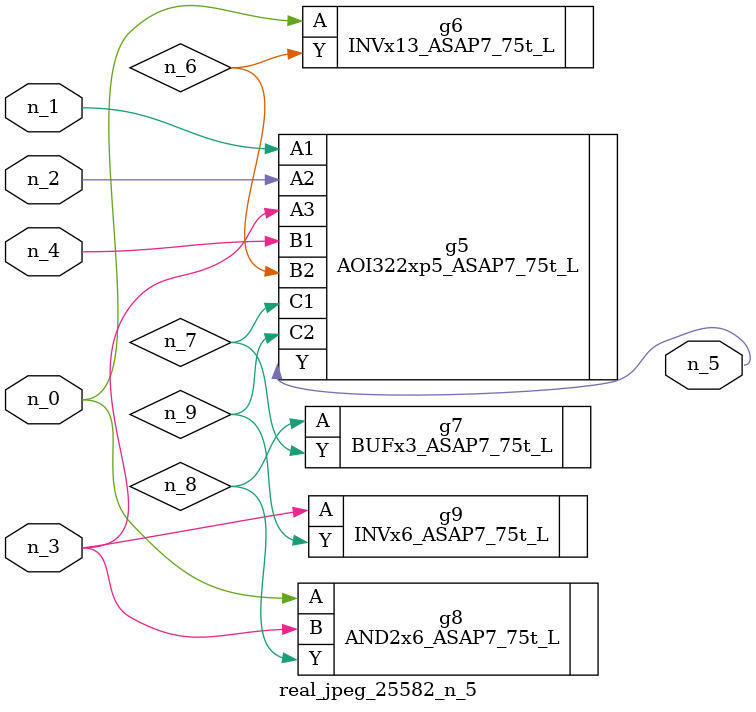
<source format=v>
module real_jpeg_25582_n_5 (n_4, n_0, n_1, n_2, n_3, n_5);

input n_4;
input n_0;
input n_1;
input n_2;
input n_3;

output n_5;

wire n_8;
wire n_6;
wire n_7;
wire n_9;

INVx13_ASAP7_75t_L g6 ( 
.A(n_0),
.Y(n_6)
);

AND2x6_ASAP7_75t_L g8 ( 
.A(n_0),
.B(n_3),
.Y(n_8)
);

AOI322xp5_ASAP7_75t_L g5 ( 
.A1(n_1),
.A2(n_2),
.A3(n_3),
.B1(n_4),
.B2(n_6),
.C1(n_7),
.C2(n_9),
.Y(n_5)
);

INVx6_ASAP7_75t_L g9 ( 
.A(n_3),
.Y(n_9)
);

BUFx3_ASAP7_75t_L g7 ( 
.A(n_8),
.Y(n_7)
);


endmodule
</source>
